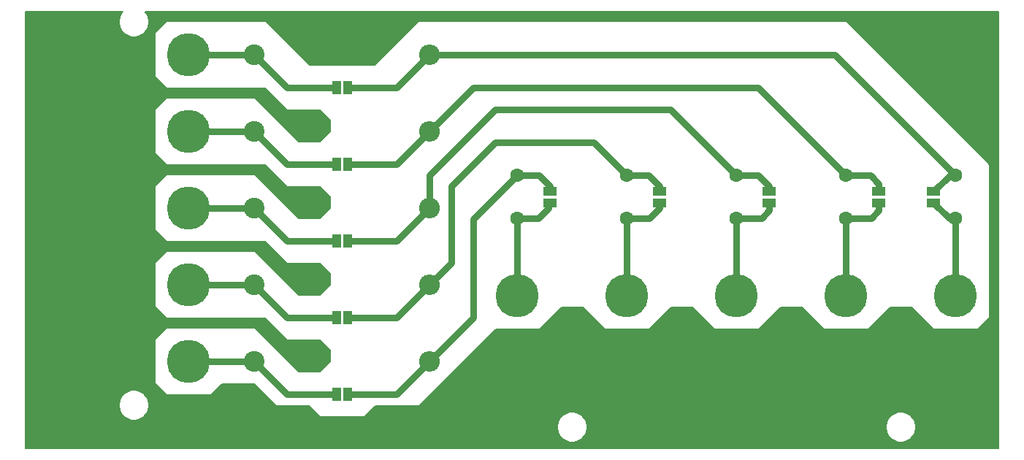
<source format=gbr>
G04 #@! TF.GenerationSoftware,KiCad,Pcbnew,(5.1.4)-1*
G04 #@! TF.CreationDate,2019-09-01T08:56:01+10:00*
G04 #@! TF.ProjectId,RGB BNC,52474220-424e-4432-9e6b-696361645f70,rev?*
G04 #@! TF.SameCoordinates,Original*
G04 #@! TF.FileFunction,Copper,L1,Top*
G04 #@! TF.FilePolarity,Positive*
%FSLAX46Y46*%
G04 Gerber Fmt 4.6, Leading zero omitted, Abs format (unit mm)*
G04 Created by KiCad (PCBNEW (5.1.4)-1) date 2019-09-01 08:56:01*
%MOMM*%
%LPD*%
G04 APERTURE LIST*
%ADD10R,1.000000X1.500000*%
%ADD11R,1.500000X1.000000*%
%ADD12C,1.600000*%
%ADD13C,2.400000*%
%ADD14O,2.400000X2.400000*%
%ADD15C,0.800000*%
%ADD16C,7.000000*%
%ADD17C,5.000000*%
%ADD18C,0.750000*%
%ADD19C,0.200000*%
G04 APERTURE END LIST*
D10*
X90820000Y-92710000D03*
X89520000Y-92710000D03*
X90820000Y-119380000D03*
X89520000Y-119380000D03*
X90820000Y-110490000D03*
X89520000Y-110490000D03*
D11*
X139700000Y-97170000D03*
X139700000Y-95870000D03*
X152400000Y-97170000D03*
X152400000Y-95870000D03*
X114300000Y-97170000D03*
X114300000Y-95870000D03*
X127000000Y-97170000D03*
X127000000Y-95870000D03*
D12*
X123190000Y-98980000D03*
X123190000Y-93980000D03*
D13*
X86360000Y-114300000D03*
X86360000Y-96520000D03*
X86360000Y-105410000D03*
X86360000Y-87630000D03*
X86360000Y-78740000D03*
D14*
X100330000Y-80010000D03*
D13*
X80010000Y-80010000D03*
D10*
X90820000Y-83820000D03*
X89520000Y-83820000D03*
X90820000Y-101600000D03*
X89520000Y-101600000D03*
D11*
X158750000Y-97170000D03*
X158750000Y-95870000D03*
D15*
X137746155Y-122506155D03*
X138515000Y-120650000D03*
X137746155Y-118793845D03*
X135890000Y-118025000D03*
X134033845Y-118793845D03*
X133265000Y-120650000D03*
X134033845Y-122506155D03*
X135890000Y-123275000D03*
D16*
X135890000Y-120650000D03*
D14*
X100330000Y-97790000D03*
D13*
X80010000Y-97790000D03*
D14*
X100330000Y-88900000D03*
D13*
X80010000Y-88900000D03*
D14*
X100330000Y-115570000D03*
D13*
X80010000Y-115570000D03*
D14*
X100330000Y-106680000D03*
D13*
X80010000Y-106680000D03*
D15*
X60276155Y-108536155D03*
X61045000Y-106680000D03*
X60276155Y-104823845D03*
X58420000Y-104055000D03*
X56563845Y-104823845D03*
X55795000Y-106680000D03*
X56563845Y-108536155D03*
X58420000Y-109305000D03*
D16*
X58420000Y-106680000D03*
D15*
X73715825Y-99115825D03*
X74265000Y-97790000D03*
X73715825Y-96464175D03*
X72390000Y-95915000D03*
X71064175Y-96464175D03*
X70515000Y-97790000D03*
X71064175Y-99115825D03*
X72390000Y-99665000D03*
D17*
X72390000Y-97790000D03*
D15*
X60276155Y-99646155D03*
X61045000Y-97790000D03*
X60276155Y-95933845D03*
X58420000Y-95165000D03*
X56563845Y-95933845D03*
X55795000Y-97790000D03*
X56563845Y-99646155D03*
X58420000Y-100415000D03*
D16*
X58420000Y-97790000D03*
D15*
X125046155Y-122506155D03*
X125815000Y-120650000D03*
X125046155Y-118793845D03*
X123190000Y-118025000D03*
X121333845Y-118793845D03*
X120565000Y-120650000D03*
X121333845Y-122506155D03*
X123190000Y-123275000D03*
D16*
X123190000Y-120650000D03*
D15*
X73715825Y-90225825D03*
X74265000Y-88900000D03*
X73715825Y-87574175D03*
X72390000Y-87025000D03*
X71064175Y-87574175D03*
X70515000Y-88900000D03*
X71064175Y-90225825D03*
X72390000Y-90775000D03*
D17*
X72390000Y-88900000D03*
D15*
X149915825Y-109275825D03*
X150465000Y-107950000D03*
X149915825Y-106624175D03*
X148590000Y-106075000D03*
X147264175Y-106624175D03*
X146715000Y-107950000D03*
X147264175Y-109275825D03*
X148590000Y-109825000D03*
D17*
X148590000Y-107950000D03*
D15*
X150446155Y-122506155D03*
X151215000Y-120650000D03*
X150446155Y-118793845D03*
X148590000Y-118025000D03*
X146733845Y-118793845D03*
X145965000Y-120650000D03*
X146733845Y-122506155D03*
X148590000Y-123275000D03*
D16*
X148590000Y-120650000D03*
D15*
X73715825Y-116895825D03*
X74265000Y-115570000D03*
X73715825Y-114244175D03*
X72390000Y-113695000D03*
X71064175Y-114244175D03*
X70515000Y-115570000D03*
X71064175Y-116895825D03*
X72390000Y-117445000D03*
D17*
X72390000Y-115570000D03*
D15*
X111815825Y-109275825D03*
X112365000Y-107950000D03*
X111815825Y-106624175D03*
X110490000Y-106075000D03*
X109164175Y-106624175D03*
X108615000Y-107950000D03*
X109164175Y-109275825D03*
X110490000Y-109825000D03*
D17*
X110490000Y-107950000D03*
D15*
X60276155Y-90756155D03*
X61045000Y-88900000D03*
X60276155Y-87043845D03*
X58420000Y-86275000D03*
X56563845Y-87043845D03*
X55795000Y-88900000D03*
X56563845Y-90756155D03*
X58420000Y-91525000D03*
D16*
X58420000Y-88900000D03*
D15*
X60276155Y-81866155D03*
X61045000Y-80010000D03*
X60276155Y-78153845D03*
X58420000Y-77385000D03*
X56563845Y-78153845D03*
X55795000Y-80010000D03*
X56563845Y-81866155D03*
X58420000Y-82635000D03*
D16*
X58420000Y-80010000D03*
D15*
X73715825Y-108005825D03*
X74265000Y-106680000D03*
X73715825Y-105354175D03*
X72390000Y-104805000D03*
X71064175Y-105354175D03*
X70515000Y-106680000D03*
X71064175Y-108005825D03*
X72390000Y-108555000D03*
D17*
X72390000Y-106680000D03*
D15*
X124515825Y-109275825D03*
X125065000Y-107950000D03*
X124515825Y-106624175D03*
X123190000Y-106075000D03*
X121864175Y-106624175D03*
X121315000Y-107950000D03*
X121864175Y-109275825D03*
X123190000Y-109825000D03*
D17*
X123190000Y-107950000D03*
D15*
X163146155Y-122506155D03*
X163915000Y-120650000D03*
X163146155Y-118793845D03*
X161290000Y-118025000D03*
X159433845Y-118793845D03*
X158665000Y-120650000D03*
X159433845Y-122506155D03*
X161290000Y-123275000D03*
D16*
X161290000Y-120650000D03*
D15*
X137215825Y-109275825D03*
X137765000Y-107950000D03*
X137215825Y-106624175D03*
X135890000Y-106075000D03*
X134564175Y-106624175D03*
X134015000Y-107950000D03*
X134564175Y-109275825D03*
X135890000Y-109825000D03*
D17*
X135890000Y-107950000D03*
D15*
X60276155Y-117426155D03*
X61045000Y-115570000D03*
X60276155Y-113713845D03*
X58420000Y-112945000D03*
X56563845Y-113713845D03*
X55795000Y-115570000D03*
X56563845Y-117426155D03*
X58420000Y-118195000D03*
D16*
X58420000Y-115570000D03*
D15*
X73715825Y-81335825D03*
X74265000Y-80010000D03*
X73715825Y-78684175D03*
X72390000Y-78135000D03*
X71064175Y-78684175D03*
X70515000Y-80010000D03*
X71064175Y-81335825D03*
X72390000Y-81885000D03*
D17*
X72390000Y-80010000D03*
D15*
X162615825Y-109275825D03*
X163165000Y-107950000D03*
X162615825Y-106624175D03*
X161290000Y-106075000D03*
X159964175Y-106624175D03*
X159415000Y-107950000D03*
X159964175Y-109275825D03*
X161290000Y-109825000D03*
D17*
X161290000Y-107950000D03*
D15*
X112346155Y-122506155D03*
X113115000Y-120650000D03*
X112346155Y-118793845D03*
X110490000Y-118025000D03*
X108633845Y-118793845D03*
X107865000Y-120650000D03*
X108633845Y-122506155D03*
X110490000Y-123275000D03*
D16*
X110490000Y-120650000D03*
D12*
X110490000Y-98980000D03*
X110490000Y-93980000D03*
X135890000Y-98980000D03*
X135890000Y-93980000D03*
X148590000Y-98980000D03*
X148590000Y-93980000D03*
X161290000Y-98980000D03*
X161290000Y-93980000D03*
D18*
X160560000Y-98980000D02*
X158750000Y-97170000D01*
X161290000Y-98980000D02*
X160560000Y-98980000D01*
X161290000Y-98980000D02*
X161290000Y-107950000D01*
X96520000Y-83820000D02*
X100330000Y-80010000D01*
X90820000Y-83820000D02*
X96520000Y-83820000D01*
X147320000Y-80010000D02*
X161290000Y-93980000D01*
X100330000Y-80010000D02*
X147320000Y-80010000D01*
X160640000Y-93980000D02*
X158750000Y-95870000D01*
X161290000Y-93980000D02*
X160640000Y-93980000D01*
X152400000Y-98070000D02*
X152400000Y-97170000D01*
X151490000Y-98980000D02*
X152400000Y-98070000D01*
X148590000Y-98980000D02*
X151490000Y-98980000D01*
X148590000Y-98980000D02*
X148590000Y-107950000D01*
X100330000Y-88900000D02*
X96520000Y-92710000D01*
X96520000Y-92710000D02*
X90820000Y-92710000D01*
X100330000Y-88900000D02*
X105410000Y-83820000D01*
X138430000Y-83820000D02*
X148590000Y-93980000D01*
X105410000Y-83820000D02*
X138430000Y-83820000D01*
X152400000Y-94970000D02*
X152400000Y-95870000D01*
X151410000Y-93980000D02*
X152400000Y-94970000D01*
X148590000Y-93980000D02*
X151410000Y-93980000D01*
X135890000Y-107950000D02*
X135890000Y-98980000D01*
X139700000Y-98070000D02*
X139700000Y-97170000D01*
X138790000Y-98980000D02*
X139700000Y-98070000D01*
X135890000Y-98980000D02*
X138790000Y-98980000D01*
X96520000Y-101600000D02*
X100330000Y-97790000D01*
X90820000Y-101600000D02*
X96520000Y-101600000D01*
X100330000Y-97790000D02*
X100330000Y-93980000D01*
X100330000Y-93980000D02*
X107950000Y-86360000D01*
X128270000Y-86360000D02*
X135890000Y-93980000D01*
X107950000Y-86360000D02*
X128270000Y-86360000D01*
X139700000Y-95870000D02*
X139700000Y-95250000D01*
X139700000Y-95250000D02*
X138430000Y-93980000D01*
X138430000Y-93980000D02*
X135890000Y-93980000D01*
X123190000Y-98980000D02*
X123190000Y-107950000D01*
X125810000Y-98980000D02*
X127000000Y-97790000D01*
X123190000Y-98980000D02*
X125810000Y-98980000D01*
X127000000Y-97790000D02*
X127000000Y-97170000D01*
X96520000Y-110490000D02*
X100330000Y-106680000D01*
X90820000Y-110490000D02*
X96520000Y-110490000D01*
X100330000Y-106680000D02*
X102870000Y-104140000D01*
X102870000Y-104140000D02*
X102870000Y-95250000D01*
X102870000Y-95250000D02*
X107950000Y-90170000D01*
X119380000Y-90170000D02*
X123190000Y-93980000D01*
X107950000Y-90170000D02*
X119380000Y-90170000D01*
X127000000Y-95870000D02*
X127000000Y-95570009D01*
X127000000Y-95250000D02*
X125730000Y-93980000D01*
X125730000Y-93980000D02*
X123190000Y-93980000D01*
X127000000Y-95250000D02*
X127000000Y-95870000D01*
X110490000Y-98980000D02*
X110490000Y-107950000D01*
X110490000Y-98980000D02*
X112950000Y-98980000D01*
X112950000Y-98980000D02*
X114140000Y-97790000D01*
X114140000Y-97330000D02*
X114300000Y-97170000D01*
X114140000Y-97790000D02*
X114140000Y-97330000D01*
X96520000Y-119380000D02*
X100330000Y-115570000D01*
X90820000Y-119380000D02*
X96520000Y-119380000D01*
X105410000Y-99060000D02*
X109220000Y-95250000D01*
X100330000Y-115570000D02*
X105410000Y-110490000D01*
X105410000Y-110490000D02*
X105410000Y-99060000D01*
X109220000Y-95250000D02*
X110490000Y-93980000D01*
X114300000Y-95250000D02*
X113030000Y-93980000D01*
X113030000Y-93980000D02*
X110490000Y-93980000D01*
X114300000Y-95250000D02*
X114300000Y-95870000D01*
X80010000Y-80010000D02*
X72390000Y-80010000D01*
X80010000Y-80010000D02*
X83820000Y-83820000D01*
X83820000Y-83820000D02*
X89520000Y-83820000D01*
X72390000Y-88900000D02*
X80010000Y-88900000D01*
X83820000Y-92710000D02*
X89520000Y-92710000D01*
X80010000Y-88900000D02*
X83820000Y-92710000D01*
X72390000Y-97790000D02*
X80010000Y-97790000D01*
X80010000Y-97790000D02*
X83820000Y-101600000D01*
X83820000Y-101600000D02*
X89520000Y-101600000D01*
X75925533Y-106680000D02*
X80010000Y-106680000D01*
X72390000Y-106680000D02*
X75925533Y-106680000D01*
X80010000Y-106680000D02*
X83820000Y-110490000D01*
X83820000Y-110490000D02*
X89520000Y-110490000D01*
X72390000Y-115570000D02*
X80010000Y-115570000D01*
X80010000Y-115570000D02*
X83820000Y-119380000D01*
X83820000Y-119380000D02*
X89520000Y-119380000D01*
D19*
G36*
X64680686Y-75084440D02*
G01*
X64489170Y-75371064D01*
X64357251Y-75689544D01*
X64290000Y-76027640D01*
X64290000Y-76372360D01*
X64357251Y-76710456D01*
X64489170Y-77028936D01*
X64680686Y-77315560D01*
X64924440Y-77559314D01*
X65211064Y-77750830D01*
X65529544Y-77882749D01*
X65867640Y-77950000D01*
X66212360Y-77950000D01*
X66550456Y-77882749D01*
X66868936Y-77750830D01*
X67155560Y-77559314D01*
X67244874Y-77470000D01*
X68480000Y-77470000D01*
X68480000Y-82550000D01*
X68481921Y-82569509D01*
X68487612Y-82588268D01*
X68496853Y-82605557D01*
X68509289Y-82620711D01*
X69779289Y-83890711D01*
X69794443Y-83903147D01*
X69811732Y-83912388D01*
X69830491Y-83918079D01*
X69850000Y-83920000D01*
X81238578Y-83920000D01*
X83749289Y-86430711D01*
X83764443Y-86443147D01*
X83781732Y-86452388D01*
X83800491Y-86458079D01*
X83820000Y-86460000D01*
X87588578Y-86460000D01*
X88800000Y-87671422D01*
X88800000Y-88858578D01*
X87588578Y-90070000D01*
X85131422Y-90070000D01*
X80080711Y-85019289D01*
X80065557Y-85006853D01*
X80048268Y-84997612D01*
X80029509Y-84991921D01*
X80010000Y-84990000D01*
X69850000Y-84990000D01*
X69830491Y-84991921D01*
X69811732Y-84997612D01*
X69794443Y-85006853D01*
X69779289Y-85019289D01*
X68509289Y-86289289D01*
X68496853Y-86304443D01*
X68487612Y-86321732D01*
X68481921Y-86340491D01*
X68480000Y-86360000D01*
X68480000Y-91440000D01*
X68481921Y-91459509D01*
X68487612Y-91478268D01*
X68496853Y-91495557D01*
X68509289Y-91510711D01*
X69779289Y-92780711D01*
X69794443Y-92793147D01*
X69811732Y-92802388D01*
X69830491Y-92808079D01*
X69850000Y-92810000D01*
X81238578Y-92810000D01*
X83749289Y-95320711D01*
X83764443Y-95333147D01*
X83781732Y-95342388D01*
X83800491Y-95348079D01*
X83820000Y-95350000D01*
X87588578Y-95350000D01*
X88800000Y-96561422D01*
X88800000Y-97748578D01*
X87588578Y-98960000D01*
X85131422Y-98960000D01*
X80080711Y-93909289D01*
X80065557Y-93896853D01*
X80048268Y-93887612D01*
X80029509Y-93881921D01*
X80010000Y-93880000D01*
X69850000Y-93880000D01*
X69830491Y-93881921D01*
X69811732Y-93887612D01*
X69794443Y-93896853D01*
X69779289Y-93909289D01*
X68509289Y-95179289D01*
X68496853Y-95194443D01*
X68487612Y-95211732D01*
X68481921Y-95230491D01*
X68480000Y-95250000D01*
X68480000Y-100330000D01*
X68481921Y-100349509D01*
X68487612Y-100368268D01*
X68496853Y-100385557D01*
X68509289Y-100400711D01*
X69779289Y-101670711D01*
X69794443Y-101683147D01*
X69811732Y-101692388D01*
X69830491Y-101698079D01*
X69850000Y-101700000D01*
X81238578Y-101700000D01*
X83749289Y-104210711D01*
X83764443Y-104223147D01*
X83781732Y-104232388D01*
X83800491Y-104238079D01*
X83820000Y-104240000D01*
X87588578Y-104240000D01*
X88800000Y-105451422D01*
X88800000Y-106638578D01*
X87588578Y-107850000D01*
X85131422Y-107850000D01*
X80080711Y-102799289D01*
X80065557Y-102786853D01*
X80048268Y-102777612D01*
X80029509Y-102771921D01*
X80010000Y-102770000D01*
X69850000Y-102770000D01*
X69830491Y-102771921D01*
X69811732Y-102777612D01*
X69794443Y-102786853D01*
X69779289Y-102799289D01*
X68509289Y-104069289D01*
X68496853Y-104084443D01*
X68487612Y-104101732D01*
X68481921Y-104120491D01*
X68480000Y-104140000D01*
X68480000Y-109220000D01*
X68481921Y-109239509D01*
X68487612Y-109258268D01*
X68496853Y-109275557D01*
X68509289Y-109290711D01*
X69779289Y-110560711D01*
X69794443Y-110573147D01*
X69811732Y-110582388D01*
X69830491Y-110588079D01*
X69850000Y-110590000D01*
X81238578Y-110590000D01*
X83749289Y-113100711D01*
X83764443Y-113113147D01*
X83781732Y-113122388D01*
X83800491Y-113128079D01*
X83820000Y-113130000D01*
X87588578Y-113130000D01*
X88800000Y-114341422D01*
X88800000Y-115528578D01*
X87588578Y-116740000D01*
X85131422Y-116740000D01*
X80080711Y-111689289D01*
X80065557Y-111676853D01*
X80048268Y-111667612D01*
X80029509Y-111661921D01*
X80010000Y-111660000D01*
X69850000Y-111660000D01*
X69830491Y-111661921D01*
X69811732Y-111667612D01*
X69794443Y-111676853D01*
X69779289Y-111689289D01*
X68509289Y-112959289D01*
X68496853Y-112974443D01*
X68487612Y-112991732D01*
X68481921Y-113010491D01*
X68480000Y-113030000D01*
X68480000Y-118110000D01*
X68481921Y-118129509D01*
X68487612Y-118148268D01*
X68496853Y-118165557D01*
X68509289Y-118180711D01*
X69779289Y-119450711D01*
X69794443Y-119463147D01*
X69811732Y-119472388D01*
X69830491Y-119478079D01*
X69850000Y-119480000D01*
X74930000Y-119480000D01*
X74949509Y-119478079D01*
X74968268Y-119472388D01*
X74985557Y-119463147D01*
X75000711Y-119450711D01*
X76241422Y-118210000D01*
X79968578Y-118210000D01*
X82479289Y-120720711D01*
X82494443Y-120733147D01*
X82511732Y-120742388D01*
X82530491Y-120748079D01*
X82550000Y-120750000D01*
X86318578Y-120750000D01*
X87559289Y-121990711D01*
X87574443Y-122003147D01*
X87591732Y-122012388D01*
X87610491Y-122018079D01*
X87630000Y-122020000D01*
X92710000Y-122020000D01*
X92729509Y-122018079D01*
X92748268Y-122012388D01*
X92765557Y-122003147D01*
X92780711Y-121990711D01*
X94021422Y-120750000D01*
X99060000Y-120750000D01*
X99079509Y-120748079D01*
X99098268Y-120742388D01*
X99115557Y-120733147D01*
X99130711Y-120720711D01*
X107991422Y-111860000D01*
X113030000Y-111860000D01*
X113049509Y-111858079D01*
X113068268Y-111852388D01*
X113085557Y-111843147D01*
X113100711Y-111830711D01*
X115611422Y-109320000D01*
X118068578Y-109320000D01*
X120579289Y-111830711D01*
X120594443Y-111843147D01*
X120611732Y-111852388D01*
X120630491Y-111858079D01*
X120650000Y-111860000D01*
X125730000Y-111860000D01*
X125749509Y-111858079D01*
X125768268Y-111852388D01*
X125785557Y-111843147D01*
X125800711Y-111830711D01*
X128311422Y-109320000D01*
X130768578Y-109320000D01*
X133279289Y-111830711D01*
X133294443Y-111843147D01*
X133311732Y-111852388D01*
X133330491Y-111858079D01*
X133350000Y-111860000D01*
X138430000Y-111860000D01*
X138449509Y-111858079D01*
X138468268Y-111852388D01*
X138485557Y-111843147D01*
X138500711Y-111830711D01*
X141011422Y-109320000D01*
X143468578Y-109320000D01*
X145979289Y-111830711D01*
X145994443Y-111843147D01*
X146011732Y-111852388D01*
X146030491Y-111858079D01*
X146050000Y-111860000D01*
X151130000Y-111860000D01*
X151149509Y-111858079D01*
X151168268Y-111852388D01*
X151185557Y-111843147D01*
X151200711Y-111830711D01*
X153711422Y-109320000D01*
X156168578Y-109320000D01*
X158679289Y-111830711D01*
X158694443Y-111843147D01*
X158711732Y-111852388D01*
X158730491Y-111858079D01*
X158750000Y-111860000D01*
X163830000Y-111860000D01*
X163849509Y-111858079D01*
X163868268Y-111852388D01*
X163885557Y-111843147D01*
X163900711Y-111830711D01*
X165170711Y-110560711D01*
X165183147Y-110545557D01*
X165192388Y-110528268D01*
X165198079Y-110509509D01*
X165200000Y-110490000D01*
X165200000Y-92710000D01*
X165198079Y-92690491D01*
X165192388Y-92671732D01*
X165183147Y-92654443D01*
X165170711Y-92639289D01*
X148660711Y-76129289D01*
X148645557Y-76116853D01*
X148628268Y-76107612D01*
X148609509Y-76101921D01*
X148590000Y-76100000D01*
X99060000Y-76100000D01*
X99040491Y-76101921D01*
X99021732Y-76107612D01*
X99004443Y-76116853D01*
X98989289Y-76129289D01*
X93938578Y-81180000D01*
X86401422Y-81180000D01*
X81350711Y-76129289D01*
X81335557Y-76116853D01*
X81318268Y-76107612D01*
X81299509Y-76101921D01*
X81280000Y-76100000D01*
X69850000Y-76100000D01*
X69830491Y-76101921D01*
X69811732Y-76107612D01*
X69794443Y-76116853D01*
X69779289Y-76129289D01*
X68509289Y-77399289D01*
X68496853Y-77414443D01*
X68487612Y-77431732D01*
X68481921Y-77450491D01*
X68480000Y-77470000D01*
X67244874Y-77470000D01*
X67399314Y-77315560D01*
X67590830Y-77028936D01*
X67722749Y-76710456D01*
X67790000Y-76372360D01*
X67790000Y-76027640D01*
X67722749Y-75689544D01*
X67590830Y-75371064D01*
X67399314Y-75084440D01*
X67344874Y-75030000D01*
X166270000Y-75030000D01*
X166270000Y-125630000D01*
X53440000Y-125630000D01*
X53440000Y-123017640D01*
X115090000Y-123017640D01*
X115090000Y-123362360D01*
X115157251Y-123700456D01*
X115289170Y-124018936D01*
X115480686Y-124305560D01*
X115724440Y-124549314D01*
X116011064Y-124740830D01*
X116329544Y-124872749D01*
X116667640Y-124940000D01*
X117012360Y-124940000D01*
X117350456Y-124872749D01*
X117668936Y-124740830D01*
X117955560Y-124549314D01*
X118199314Y-124305560D01*
X118390830Y-124018936D01*
X118522749Y-123700456D01*
X118590000Y-123362360D01*
X118590000Y-123017640D01*
X153190000Y-123017640D01*
X153190000Y-123362360D01*
X153257251Y-123700456D01*
X153389170Y-124018936D01*
X153580686Y-124305560D01*
X153824440Y-124549314D01*
X154111064Y-124740830D01*
X154429544Y-124872749D01*
X154767640Y-124940000D01*
X155112360Y-124940000D01*
X155450456Y-124872749D01*
X155768936Y-124740830D01*
X156055560Y-124549314D01*
X156299314Y-124305560D01*
X156490830Y-124018936D01*
X156622749Y-123700456D01*
X156690000Y-123362360D01*
X156690000Y-123017640D01*
X156622749Y-122679544D01*
X156490830Y-122361064D01*
X156299314Y-122074440D01*
X156055560Y-121830686D01*
X155768936Y-121639170D01*
X155450456Y-121507251D01*
X155112360Y-121440000D01*
X154767640Y-121440000D01*
X154429544Y-121507251D01*
X154111064Y-121639170D01*
X153824440Y-121830686D01*
X153580686Y-122074440D01*
X153389170Y-122361064D01*
X153257251Y-122679544D01*
X153190000Y-123017640D01*
X118590000Y-123017640D01*
X118522749Y-122679544D01*
X118390830Y-122361064D01*
X118199314Y-122074440D01*
X117955560Y-121830686D01*
X117668936Y-121639170D01*
X117350456Y-121507251D01*
X117012360Y-121440000D01*
X116667640Y-121440000D01*
X116329544Y-121507251D01*
X116011064Y-121639170D01*
X115724440Y-121830686D01*
X115480686Y-122074440D01*
X115289170Y-122361064D01*
X115157251Y-122679544D01*
X115090000Y-123017640D01*
X53440000Y-123017640D01*
X53440000Y-120477640D01*
X64290000Y-120477640D01*
X64290000Y-120822360D01*
X64357251Y-121160456D01*
X64489170Y-121478936D01*
X64680686Y-121765560D01*
X64924440Y-122009314D01*
X65211064Y-122200830D01*
X65529544Y-122332749D01*
X65867640Y-122400000D01*
X66212360Y-122400000D01*
X66550456Y-122332749D01*
X66868936Y-122200830D01*
X67155560Y-122009314D01*
X67399314Y-121765560D01*
X67590830Y-121478936D01*
X67722749Y-121160456D01*
X67790000Y-120822360D01*
X67790000Y-120477640D01*
X67722749Y-120139544D01*
X67590830Y-119821064D01*
X67399314Y-119534440D01*
X67155560Y-119290686D01*
X66868936Y-119099170D01*
X66550456Y-118967251D01*
X66212360Y-118900000D01*
X65867640Y-118900000D01*
X65529544Y-118967251D01*
X65211064Y-119099170D01*
X64924440Y-119290686D01*
X64680686Y-119534440D01*
X64489170Y-119821064D01*
X64357251Y-120139544D01*
X64290000Y-120477640D01*
X53440000Y-120477640D01*
X53440000Y-75030000D01*
X64735126Y-75030000D01*
X64680686Y-75084440D01*
X64680686Y-75084440D01*
G37*
X64680686Y-75084440D02*
X64489170Y-75371064D01*
X64357251Y-75689544D01*
X64290000Y-76027640D01*
X64290000Y-76372360D01*
X64357251Y-76710456D01*
X64489170Y-77028936D01*
X64680686Y-77315560D01*
X64924440Y-77559314D01*
X65211064Y-77750830D01*
X65529544Y-77882749D01*
X65867640Y-77950000D01*
X66212360Y-77950000D01*
X66550456Y-77882749D01*
X66868936Y-77750830D01*
X67155560Y-77559314D01*
X67244874Y-77470000D01*
X68480000Y-77470000D01*
X68480000Y-82550000D01*
X68481921Y-82569509D01*
X68487612Y-82588268D01*
X68496853Y-82605557D01*
X68509289Y-82620711D01*
X69779289Y-83890711D01*
X69794443Y-83903147D01*
X69811732Y-83912388D01*
X69830491Y-83918079D01*
X69850000Y-83920000D01*
X81238578Y-83920000D01*
X83749289Y-86430711D01*
X83764443Y-86443147D01*
X83781732Y-86452388D01*
X83800491Y-86458079D01*
X83820000Y-86460000D01*
X87588578Y-86460000D01*
X88800000Y-87671422D01*
X88800000Y-88858578D01*
X87588578Y-90070000D01*
X85131422Y-90070000D01*
X80080711Y-85019289D01*
X80065557Y-85006853D01*
X80048268Y-84997612D01*
X80029509Y-84991921D01*
X80010000Y-84990000D01*
X69850000Y-84990000D01*
X69830491Y-84991921D01*
X69811732Y-84997612D01*
X69794443Y-85006853D01*
X69779289Y-85019289D01*
X68509289Y-86289289D01*
X68496853Y-86304443D01*
X68487612Y-86321732D01*
X68481921Y-86340491D01*
X68480000Y-86360000D01*
X68480000Y-91440000D01*
X68481921Y-91459509D01*
X68487612Y-91478268D01*
X68496853Y-91495557D01*
X68509289Y-91510711D01*
X69779289Y-92780711D01*
X69794443Y-92793147D01*
X69811732Y-92802388D01*
X69830491Y-92808079D01*
X69850000Y-92810000D01*
X81238578Y-92810000D01*
X83749289Y-95320711D01*
X83764443Y-95333147D01*
X83781732Y-95342388D01*
X83800491Y-95348079D01*
X83820000Y-95350000D01*
X87588578Y-95350000D01*
X88800000Y-96561422D01*
X88800000Y-97748578D01*
X87588578Y-98960000D01*
X85131422Y-98960000D01*
X80080711Y-93909289D01*
X80065557Y-93896853D01*
X80048268Y-93887612D01*
X80029509Y-93881921D01*
X80010000Y-93880000D01*
X69850000Y-93880000D01*
X69830491Y-93881921D01*
X69811732Y-93887612D01*
X69794443Y-93896853D01*
X69779289Y-93909289D01*
X68509289Y-95179289D01*
X68496853Y-95194443D01*
X68487612Y-95211732D01*
X68481921Y-95230491D01*
X68480000Y-95250000D01*
X68480000Y-100330000D01*
X68481921Y-100349509D01*
X68487612Y-100368268D01*
X68496853Y-100385557D01*
X68509289Y-100400711D01*
X69779289Y-101670711D01*
X69794443Y-101683147D01*
X69811732Y-101692388D01*
X69830491Y-101698079D01*
X69850000Y-101700000D01*
X81238578Y-101700000D01*
X83749289Y-104210711D01*
X83764443Y-104223147D01*
X83781732Y-104232388D01*
X83800491Y-104238079D01*
X83820000Y-104240000D01*
X87588578Y-104240000D01*
X88800000Y-105451422D01*
X88800000Y-106638578D01*
X87588578Y-107850000D01*
X85131422Y-107850000D01*
X80080711Y-102799289D01*
X80065557Y-102786853D01*
X80048268Y-102777612D01*
X80029509Y-102771921D01*
X80010000Y-102770000D01*
X69850000Y-102770000D01*
X69830491Y-102771921D01*
X69811732Y-102777612D01*
X69794443Y-102786853D01*
X69779289Y-102799289D01*
X68509289Y-104069289D01*
X68496853Y-104084443D01*
X68487612Y-104101732D01*
X68481921Y-104120491D01*
X68480000Y-104140000D01*
X68480000Y-109220000D01*
X68481921Y-109239509D01*
X68487612Y-109258268D01*
X68496853Y-109275557D01*
X68509289Y-109290711D01*
X69779289Y-110560711D01*
X69794443Y-110573147D01*
X69811732Y-110582388D01*
X69830491Y-110588079D01*
X69850000Y-110590000D01*
X81238578Y-110590000D01*
X83749289Y-113100711D01*
X83764443Y-113113147D01*
X83781732Y-113122388D01*
X83800491Y-113128079D01*
X83820000Y-113130000D01*
X87588578Y-113130000D01*
X88800000Y-114341422D01*
X88800000Y-115528578D01*
X87588578Y-116740000D01*
X85131422Y-116740000D01*
X80080711Y-111689289D01*
X80065557Y-111676853D01*
X80048268Y-111667612D01*
X80029509Y-111661921D01*
X80010000Y-111660000D01*
X69850000Y-111660000D01*
X69830491Y-111661921D01*
X69811732Y-111667612D01*
X69794443Y-111676853D01*
X69779289Y-111689289D01*
X68509289Y-112959289D01*
X68496853Y-112974443D01*
X68487612Y-112991732D01*
X68481921Y-113010491D01*
X68480000Y-113030000D01*
X68480000Y-118110000D01*
X68481921Y-118129509D01*
X68487612Y-118148268D01*
X68496853Y-118165557D01*
X68509289Y-118180711D01*
X69779289Y-119450711D01*
X69794443Y-119463147D01*
X69811732Y-119472388D01*
X69830491Y-119478079D01*
X69850000Y-119480000D01*
X74930000Y-119480000D01*
X74949509Y-119478079D01*
X74968268Y-119472388D01*
X74985557Y-119463147D01*
X75000711Y-119450711D01*
X76241422Y-118210000D01*
X79968578Y-118210000D01*
X82479289Y-120720711D01*
X82494443Y-120733147D01*
X82511732Y-120742388D01*
X82530491Y-120748079D01*
X82550000Y-120750000D01*
X86318578Y-120750000D01*
X87559289Y-121990711D01*
X87574443Y-122003147D01*
X87591732Y-122012388D01*
X87610491Y-122018079D01*
X87630000Y-122020000D01*
X92710000Y-122020000D01*
X92729509Y-122018079D01*
X92748268Y-122012388D01*
X92765557Y-122003147D01*
X92780711Y-121990711D01*
X94021422Y-120750000D01*
X99060000Y-120750000D01*
X99079509Y-120748079D01*
X99098268Y-120742388D01*
X99115557Y-120733147D01*
X99130711Y-120720711D01*
X107991422Y-111860000D01*
X113030000Y-111860000D01*
X113049509Y-111858079D01*
X113068268Y-111852388D01*
X113085557Y-111843147D01*
X113100711Y-111830711D01*
X115611422Y-109320000D01*
X118068578Y-109320000D01*
X120579289Y-111830711D01*
X120594443Y-111843147D01*
X120611732Y-111852388D01*
X120630491Y-111858079D01*
X120650000Y-111860000D01*
X125730000Y-111860000D01*
X125749509Y-111858079D01*
X125768268Y-111852388D01*
X125785557Y-111843147D01*
X125800711Y-111830711D01*
X128311422Y-109320000D01*
X130768578Y-109320000D01*
X133279289Y-111830711D01*
X133294443Y-111843147D01*
X133311732Y-111852388D01*
X133330491Y-111858079D01*
X133350000Y-111860000D01*
X138430000Y-111860000D01*
X138449509Y-111858079D01*
X138468268Y-111852388D01*
X138485557Y-111843147D01*
X138500711Y-111830711D01*
X141011422Y-109320000D01*
X143468578Y-109320000D01*
X145979289Y-111830711D01*
X145994443Y-111843147D01*
X146011732Y-111852388D01*
X146030491Y-111858079D01*
X146050000Y-111860000D01*
X151130000Y-111860000D01*
X151149509Y-111858079D01*
X151168268Y-111852388D01*
X151185557Y-111843147D01*
X151200711Y-111830711D01*
X153711422Y-109320000D01*
X156168578Y-109320000D01*
X158679289Y-111830711D01*
X158694443Y-111843147D01*
X158711732Y-111852388D01*
X158730491Y-111858079D01*
X158750000Y-111860000D01*
X163830000Y-111860000D01*
X163849509Y-111858079D01*
X163868268Y-111852388D01*
X163885557Y-111843147D01*
X163900711Y-111830711D01*
X165170711Y-110560711D01*
X165183147Y-110545557D01*
X165192388Y-110528268D01*
X165198079Y-110509509D01*
X165200000Y-110490000D01*
X165200000Y-92710000D01*
X165198079Y-92690491D01*
X165192388Y-92671732D01*
X165183147Y-92654443D01*
X165170711Y-92639289D01*
X148660711Y-76129289D01*
X148645557Y-76116853D01*
X148628268Y-76107612D01*
X148609509Y-76101921D01*
X148590000Y-76100000D01*
X99060000Y-76100000D01*
X99040491Y-76101921D01*
X99021732Y-76107612D01*
X99004443Y-76116853D01*
X98989289Y-76129289D01*
X93938578Y-81180000D01*
X86401422Y-81180000D01*
X81350711Y-76129289D01*
X81335557Y-76116853D01*
X81318268Y-76107612D01*
X81299509Y-76101921D01*
X81280000Y-76100000D01*
X69850000Y-76100000D01*
X69830491Y-76101921D01*
X69811732Y-76107612D01*
X69794443Y-76116853D01*
X69779289Y-76129289D01*
X68509289Y-77399289D01*
X68496853Y-77414443D01*
X68487612Y-77431732D01*
X68481921Y-77450491D01*
X68480000Y-77470000D01*
X67244874Y-77470000D01*
X67399314Y-77315560D01*
X67590830Y-77028936D01*
X67722749Y-76710456D01*
X67790000Y-76372360D01*
X67790000Y-76027640D01*
X67722749Y-75689544D01*
X67590830Y-75371064D01*
X67399314Y-75084440D01*
X67344874Y-75030000D01*
X166270000Y-75030000D01*
X166270000Y-125630000D01*
X53440000Y-125630000D01*
X53440000Y-123017640D01*
X115090000Y-123017640D01*
X115090000Y-123362360D01*
X115157251Y-123700456D01*
X115289170Y-124018936D01*
X115480686Y-124305560D01*
X115724440Y-124549314D01*
X116011064Y-124740830D01*
X116329544Y-124872749D01*
X116667640Y-124940000D01*
X117012360Y-124940000D01*
X117350456Y-124872749D01*
X117668936Y-124740830D01*
X117955560Y-124549314D01*
X118199314Y-124305560D01*
X118390830Y-124018936D01*
X118522749Y-123700456D01*
X118590000Y-123362360D01*
X118590000Y-123017640D01*
X153190000Y-123017640D01*
X153190000Y-123362360D01*
X153257251Y-123700456D01*
X153389170Y-124018936D01*
X153580686Y-124305560D01*
X153824440Y-124549314D01*
X154111064Y-124740830D01*
X154429544Y-124872749D01*
X154767640Y-124940000D01*
X155112360Y-124940000D01*
X155450456Y-124872749D01*
X155768936Y-124740830D01*
X156055560Y-124549314D01*
X156299314Y-124305560D01*
X156490830Y-124018936D01*
X156622749Y-123700456D01*
X156690000Y-123362360D01*
X156690000Y-123017640D01*
X156622749Y-122679544D01*
X156490830Y-122361064D01*
X156299314Y-122074440D01*
X156055560Y-121830686D01*
X155768936Y-121639170D01*
X155450456Y-121507251D01*
X155112360Y-121440000D01*
X154767640Y-121440000D01*
X154429544Y-121507251D01*
X154111064Y-121639170D01*
X153824440Y-121830686D01*
X153580686Y-122074440D01*
X153389170Y-122361064D01*
X153257251Y-122679544D01*
X153190000Y-123017640D01*
X118590000Y-123017640D01*
X118522749Y-122679544D01*
X118390830Y-122361064D01*
X118199314Y-122074440D01*
X117955560Y-121830686D01*
X117668936Y-121639170D01*
X117350456Y-121507251D01*
X117012360Y-121440000D01*
X116667640Y-121440000D01*
X116329544Y-121507251D01*
X116011064Y-121639170D01*
X115724440Y-121830686D01*
X115480686Y-122074440D01*
X115289170Y-122361064D01*
X115157251Y-122679544D01*
X115090000Y-123017640D01*
X53440000Y-123017640D01*
X53440000Y-120477640D01*
X64290000Y-120477640D01*
X64290000Y-120822360D01*
X64357251Y-121160456D01*
X64489170Y-121478936D01*
X64680686Y-121765560D01*
X64924440Y-122009314D01*
X65211064Y-122200830D01*
X65529544Y-122332749D01*
X65867640Y-122400000D01*
X66212360Y-122400000D01*
X66550456Y-122332749D01*
X66868936Y-122200830D01*
X67155560Y-122009314D01*
X67399314Y-121765560D01*
X67590830Y-121478936D01*
X67722749Y-121160456D01*
X67790000Y-120822360D01*
X67790000Y-120477640D01*
X67722749Y-120139544D01*
X67590830Y-119821064D01*
X67399314Y-119534440D01*
X67155560Y-119290686D01*
X66868936Y-119099170D01*
X66550456Y-118967251D01*
X66212360Y-118900000D01*
X65867640Y-118900000D01*
X65529544Y-118967251D01*
X65211064Y-119099170D01*
X64924440Y-119290686D01*
X64680686Y-119534440D01*
X64489170Y-119821064D01*
X64357251Y-120139544D01*
X64290000Y-120477640D01*
X53440000Y-120477640D01*
X53440000Y-75030000D01*
X64735126Y-75030000D01*
X64680686Y-75084440D01*
M02*

</source>
